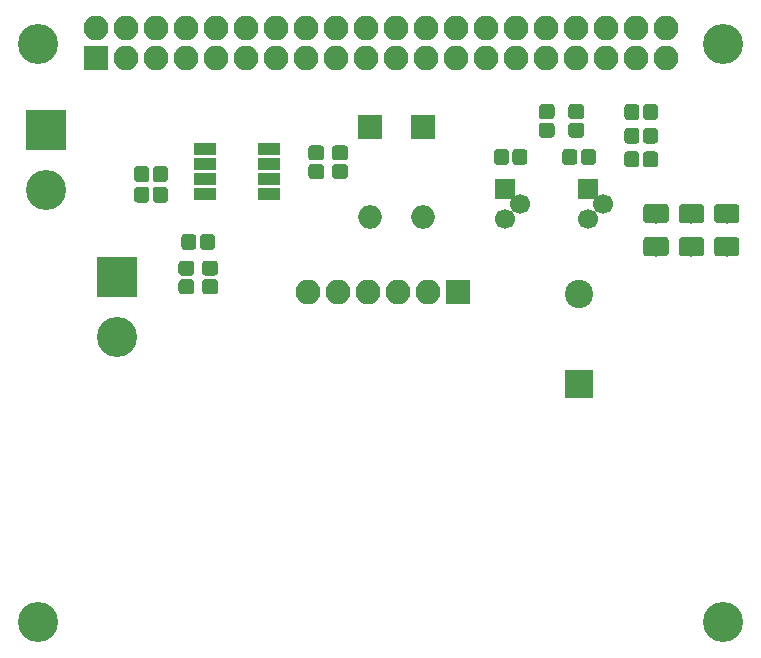
<source format=gts>
G04 #@! TF.GenerationSoftware,KiCad,Pcbnew,(5.0.0)*
G04 #@! TF.CreationDate,2019-03-22T21:44:55+01:00*
G04 #@! TF.ProjectId,rpismdoven,727069736D646F76656E2E6B69636164,rev?*
G04 #@! TF.SameCoordinates,Original*
G04 #@! TF.FileFunction,Soldermask,Top*
G04 #@! TF.FilePolarity,Negative*
%FSLAX46Y46*%
G04 Gerber Fmt 4.6, Leading zero omitted, Abs format (unit mm)*
G04 Created by KiCad (PCBNEW (5.0.0)) date 03/22/19 21:44:55*
%MOMM*%
%LPD*%
G01*
G04 APERTURE LIST*
%ADD10C,3.400000*%
%ADD11C,0.100000*%
%ADD12C,1.275000*%
%ADD13R,3.400000X3.400000*%
%ADD14C,1.650000*%
%ADD15R,2.400000X2.400000*%
%ADD16C,2.400000*%
%ADD17R,1.700000X1.700000*%
%ADD18C,1.700000*%
%ADD19R,2.100000X2.100000*%
%ADD20O,2.100000X2.100000*%
%ADD21O,2.000000X2.000000*%
%ADD22R,2.000000X2.000000*%
%ADD23R,1.950000X1.000000*%
G04 APERTURE END LIST*
D10*
G04 #@! TO.C,REF\002A\002A*
X102200000Y-58950000D03*
G04 #@! TD*
G04 #@! TO.C,REF\002A\002A*
X160200000Y-58950000D03*
G04 #@! TD*
G04 #@! TO.C,REF\002A\002A*
X160200000Y-107950000D03*
G04 #@! TD*
D11*
G04 #@! TO.C,R8*
G36*
X149137493Y-67876535D02*
X149168435Y-67881125D01*
X149198778Y-67888725D01*
X149228230Y-67899263D01*
X149256508Y-67912638D01*
X149283338Y-67928719D01*
X149308463Y-67947353D01*
X149331640Y-67968360D01*
X149352647Y-67991537D01*
X149371281Y-68016662D01*
X149387362Y-68043492D01*
X149400737Y-68071770D01*
X149411275Y-68101222D01*
X149418875Y-68131565D01*
X149423465Y-68162507D01*
X149425000Y-68193750D01*
X149425000Y-68906250D01*
X149423465Y-68937493D01*
X149418875Y-68968435D01*
X149411275Y-68998778D01*
X149400737Y-69028230D01*
X149387362Y-69056508D01*
X149371281Y-69083338D01*
X149352647Y-69108463D01*
X149331640Y-69131640D01*
X149308463Y-69152647D01*
X149283338Y-69171281D01*
X149256508Y-69187362D01*
X149228230Y-69200737D01*
X149198778Y-69211275D01*
X149168435Y-69218875D01*
X149137493Y-69223465D01*
X149106250Y-69225000D01*
X148468750Y-69225000D01*
X148437507Y-69223465D01*
X148406565Y-69218875D01*
X148376222Y-69211275D01*
X148346770Y-69200737D01*
X148318492Y-69187362D01*
X148291662Y-69171281D01*
X148266537Y-69152647D01*
X148243360Y-69131640D01*
X148222353Y-69108463D01*
X148203719Y-69083338D01*
X148187638Y-69056508D01*
X148174263Y-69028230D01*
X148163725Y-68998778D01*
X148156125Y-68968435D01*
X148151535Y-68937493D01*
X148150000Y-68906250D01*
X148150000Y-68193750D01*
X148151535Y-68162507D01*
X148156125Y-68131565D01*
X148163725Y-68101222D01*
X148174263Y-68071770D01*
X148187638Y-68043492D01*
X148203719Y-68016662D01*
X148222353Y-67991537D01*
X148243360Y-67968360D01*
X148266537Y-67947353D01*
X148291662Y-67928719D01*
X148318492Y-67912638D01*
X148346770Y-67899263D01*
X148376222Y-67888725D01*
X148406565Y-67881125D01*
X148437507Y-67876535D01*
X148468750Y-67875000D01*
X149106250Y-67875000D01*
X149137493Y-67876535D01*
X149137493Y-67876535D01*
G37*
D12*
X148787500Y-68550000D03*
D11*
G36*
X147562493Y-67876535D02*
X147593435Y-67881125D01*
X147623778Y-67888725D01*
X147653230Y-67899263D01*
X147681508Y-67912638D01*
X147708338Y-67928719D01*
X147733463Y-67947353D01*
X147756640Y-67968360D01*
X147777647Y-67991537D01*
X147796281Y-68016662D01*
X147812362Y-68043492D01*
X147825737Y-68071770D01*
X147836275Y-68101222D01*
X147843875Y-68131565D01*
X147848465Y-68162507D01*
X147850000Y-68193750D01*
X147850000Y-68906250D01*
X147848465Y-68937493D01*
X147843875Y-68968435D01*
X147836275Y-68998778D01*
X147825737Y-69028230D01*
X147812362Y-69056508D01*
X147796281Y-69083338D01*
X147777647Y-69108463D01*
X147756640Y-69131640D01*
X147733463Y-69152647D01*
X147708338Y-69171281D01*
X147681508Y-69187362D01*
X147653230Y-69200737D01*
X147623778Y-69211275D01*
X147593435Y-69218875D01*
X147562493Y-69223465D01*
X147531250Y-69225000D01*
X146893750Y-69225000D01*
X146862507Y-69223465D01*
X146831565Y-69218875D01*
X146801222Y-69211275D01*
X146771770Y-69200737D01*
X146743492Y-69187362D01*
X146716662Y-69171281D01*
X146691537Y-69152647D01*
X146668360Y-69131640D01*
X146647353Y-69108463D01*
X146628719Y-69083338D01*
X146612638Y-69056508D01*
X146599263Y-69028230D01*
X146588725Y-68998778D01*
X146581125Y-68968435D01*
X146576535Y-68937493D01*
X146575000Y-68906250D01*
X146575000Y-68193750D01*
X146576535Y-68162507D01*
X146581125Y-68131565D01*
X146588725Y-68101222D01*
X146599263Y-68071770D01*
X146612638Y-68043492D01*
X146628719Y-68016662D01*
X146647353Y-67991537D01*
X146668360Y-67968360D01*
X146691537Y-67947353D01*
X146716662Y-67928719D01*
X146743492Y-67912638D01*
X146771770Y-67899263D01*
X146801222Y-67888725D01*
X146831565Y-67881125D01*
X146862507Y-67876535D01*
X146893750Y-67875000D01*
X147531250Y-67875000D01*
X147562493Y-67876535D01*
X147562493Y-67876535D01*
G37*
D12*
X147212500Y-68550000D03*
G04 #@! TD*
D11*
G04 #@! TO.C,R9*
G36*
X141762493Y-67876535D02*
X141793435Y-67881125D01*
X141823778Y-67888725D01*
X141853230Y-67899263D01*
X141881508Y-67912638D01*
X141908338Y-67928719D01*
X141933463Y-67947353D01*
X141956640Y-67968360D01*
X141977647Y-67991537D01*
X141996281Y-68016662D01*
X142012362Y-68043492D01*
X142025737Y-68071770D01*
X142036275Y-68101222D01*
X142043875Y-68131565D01*
X142048465Y-68162507D01*
X142050000Y-68193750D01*
X142050000Y-68906250D01*
X142048465Y-68937493D01*
X142043875Y-68968435D01*
X142036275Y-68998778D01*
X142025737Y-69028230D01*
X142012362Y-69056508D01*
X141996281Y-69083338D01*
X141977647Y-69108463D01*
X141956640Y-69131640D01*
X141933463Y-69152647D01*
X141908338Y-69171281D01*
X141881508Y-69187362D01*
X141853230Y-69200737D01*
X141823778Y-69211275D01*
X141793435Y-69218875D01*
X141762493Y-69223465D01*
X141731250Y-69225000D01*
X141093750Y-69225000D01*
X141062507Y-69223465D01*
X141031565Y-69218875D01*
X141001222Y-69211275D01*
X140971770Y-69200737D01*
X140943492Y-69187362D01*
X140916662Y-69171281D01*
X140891537Y-69152647D01*
X140868360Y-69131640D01*
X140847353Y-69108463D01*
X140828719Y-69083338D01*
X140812638Y-69056508D01*
X140799263Y-69028230D01*
X140788725Y-68998778D01*
X140781125Y-68968435D01*
X140776535Y-68937493D01*
X140775000Y-68906250D01*
X140775000Y-68193750D01*
X140776535Y-68162507D01*
X140781125Y-68131565D01*
X140788725Y-68101222D01*
X140799263Y-68071770D01*
X140812638Y-68043492D01*
X140828719Y-68016662D01*
X140847353Y-67991537D01*
X140868360Y-67968360D01*
X140891537Y-67947353D01*
X140916662Y-67928719D01*
X140943492Y-67912638D01*
X140971770Y-67899263D01*
X141001222Y-67888725D01*
X141031565Y-67881125D01*
X141062507Y-67876535D01*
X141093750Y-67875000D01*
X141731250Y-67875000D01*
X141762493Y-67876535D01*
X141762493Y-67876535D01*
G37*
D12*
X141412500Y-68550000D03*
D11*
G36*
X143337493Y-67876535D02*
X143368435Y-67881125D01*
X143398778Y-67888725D01*
X143428230Y-67899263D01*
X143456508Y-67912638D01*
X143483338Y-67928719D01*
X143508463Y-67947353D01*
X143531640Y-67968360D01*
X143552647Y-67991537D01*
X143571281Y-68016662D01*
X143587362Y-68043492D01*
X143600737Y-68071770D01*
X143611275Y-68101222D01*
X143618875Y-68131565D01*
X143623465Y-68162507D01*
X143625000Y-68193750D01*
X143625000Y-68906250D01*
X143623465Y-68937493D01*
X143618875Y-68968435D01*
X143611275Y-68998778D01*
X143600737Y-69028230D01*
X143587362Y-69056508D01*
X143571281Y-69083338D01*
X143552647Y-69108463D01*
X143531640Y-69131640D01*
X143508463Y-69152647D01*
X143483338Y-69171281D01*
X143456508Y-69187362D01*
X143428230Y-69200737D01*
X143398778Y-69211275D01*
X143368435Y-69218875D01*
X143337493Y-69223465D01*
X143306250Y-69225000D01*
X142668750Y-69225000D01*
X142637507Y-69223465D01*
X142606565Y-69218875D01*
X142576222Y-69211275D01*
X142546770Y-69200737D01*
X142518492Y-69187362D01*
X142491662Y-69171281D01*
X142466537Y-69152647D01*
X142443360Y-69131640D01*
X142422353Y-69108463D01*
X142403719Y-69083338D01*
X142387638Y-69056508D01*
X142374263Y-69028230D01*
X142363725Y-68998778D01*
X142356125Y-68968435D01*
X142351535Y-68937493D01*
X142350000Y-68906250D01*
X142350000Y-68193750D01*
X142351535Y-68162507D01*
X142356125Y-68131565D01*
X142363725Y-68101222D01*
X142374263Y-68071770D01*
X142387638Y-68043492D01*
X142403719Y-68016662D01*
X142422353Y-67991537D01*
X142443360Y-67968360D01*
X142466537Y-67947353D01*
X142491662Y-67928719D01*
X142518492Y-67912638D01*
X142546770Y-67899263D01*
X142576222Y-67888725D01*
X142606565Y-67881125D01*
X142637507Y-67876535D01*
X142668750Y-67875000D01*
X143306250Y-67875000D01*
X143337493Y-67876535D01*
X143337493Y-67876535D01*
G37*
D12*
X142987500Y-68550000D03*
G04 #@! TD*
D10*
G04 #@! TO.C,J3*
X108900000Y-83780000D03*
D13*
X108900000Y-78700000D03*
G04 #@! TD*
D11*
G04 #@! TO.C,D3*
G36*
X155277346Y-75326589D02*
X155309380Y-75331341D01*
X155340794Y-75339210D01*
X155371286Y-75350120D01*
X155400561Y-75363966D01*
X155428338Y-75380615D01*
X155454350Y-75399907D01*
X155478345Y-75421655D01*
X155500093Y-75445650D01*
X155519385Y-75471662D01*
X155536034Y-75499439D01*
X155549880Y-75528714D01*
X155560790Y-75559206D01*
X155568659Y-75590620D01*
X155573411Y-75622654D01*
X155575000Y-75655000D01*
X155575000Y-76645000D01*
X155573411Y-76677346D01*
X155568659Y-76709380D01*
X155560790Y-76740794D01*
X155549880Y-76771286D01*
X155536034Y-76800561D01*
X155519385Y-76828338D01*
X155500093Y-76854350D01*
X155478345Y-76878345D01*
X155454350Y-76900093D01*
X155428338Y-76919385D01*
X155400561Y-76936034D01*
X155371286Y-76949880D01*
X155340794Y-76960790D01*
X155309380Y-76968659D01*
X155277346Y-76973411D01*
X155245000Y-76975000D01*
X153755000Y-76975000D01*
X153722654Y-76973411D01*
X153690620Y-76968659D01*
X153659206Y-76960790D01*
X153628714Y-76949880D01*
X153599439Y-76936034D01*
X153571662Y-76919385D01*
X153545650Y-76900093D01*
X153521655Y-76878345D01*
X153499907Y-76854350D01*
X153480615Y-76828338D01*
X153463966Y-76800561D01*
X153450120Y-76771286D01*
X153439210Y-76740794D01*
X153431341Y-76709380D01*
X153426589Y-76677346D01*
X153425000Y-76645000D01*
X153425000Y-75655000D01*
X153426589Y-75622654D01*
X153431341Y-75590620D01*
X153439210Y-75559206D01*
X153450120Y-75528714D01*
X153463966Y-75499439D01*
X153480615Y-75471662D01*
X153499907Y-75445650D01*
X153521655Y-75421655D01*
X153545650Y-75399907D01*
X153571662Y-75380615D01*
X153599439Y-75363966D01*
X153628714Y-75350120D01*
X153659206Y-75339210D01*
X153690620Y-75331341D01*
X153722654Y-75326589D01*
X153755000Y-75325000D01*
X155245000Y-75325000D01*
X155277346Y-75326589D01*
X155277346Y-75326589D01*
G37*
D14*
X154500000Y-76150000D03*
D11*
G36*
X155277346Y-72526589D02*
X155309380Y-72531341D01*
X155340794Y-72539210D01*
X155371286Y-72550120D01*
X155400561Y-72563966D01*
X155428338Y-72580615D01*
X155454350Y-72599907D01*
X155478345Y-72621655D01*
X155500093Y-72645650D01*
X155519385Y-72671662D01*
X155536034Y-72699439D01*
X155549880Y-72728714D01*
X155560790Y-72759206D01*
X155568659Y-72790620D01*
X155573411Y-72822654D01*
X155575000Y-72855000D01*
X155575000Y-73845000D01*
X155573411Y-73877346D01*
X155568659Y-73909380D01*
X155560790Y-73940794D01*
X155549880Y-73971286D01*
X155536034Y-74000561D01*
X155519385Y-74028338D01*
X155500093Y-74054350D01*
X155478345Y-74078345D01*
X155454350Y-74100093D01*
X155428338Y-74119385D01*
X155400561Y-74136034D01*
X155371286Y-74149880D01*
X155340794Y-74160790D01*
X155309380Y-74168659D01*
X155277346Y-74173411D01*
X155245000Y-74175000D01*
X153755000Y-74175000D01*
X153722654Y-74173411D01*
X153690620Y-74168659D01*
X153659206Y-74160790D01*
X153628714Y-74149880D01*
X153599439Y-74136034D01*
X153571662Y-74119385D01*
X153545650Y-74100093D01*
X153521655Y-74078345D01*
X153499907Y-74054350D01*
X153480615Y-74028338D01*
X153463966Y-74000561D01*
X153450120Y-73971286D01*
X153439210Y-73940794D01*
X153431341Y-73909380D01*
X153426589Y-73877346D01*
X153425000Y-73845000D01*
X153425000Y-72855000D01*
X153426589Y-72822654D01*
X153431341Y-72790620D01*
X153439210Y-72759206D01*
X153450120Y-72728714D01*
X153463966Y-72699439D01*
X153480615Y-72671662D01*
X153499907Y-72645650D01*
X153521655Y-72621655D01*
X153545650Y-72599907D01*
X153571662Y-72580615D01*
X153599439Y-72563966D01*
X153628714Y-72550120D01*
X153659206Y-72539210D01*
X153690620Y-72531341D01*
X153722654Y-72526589D01*
X153755000Y-72525000D01*
X155245000Y-72525000D01*
X155277346Y-72526589D01*
X155277346Y-72526589D01*
G37*
D14*
X154500000Y-73350000D03*
G04 #@! TD*
D11*
G04 #@! TO.C,D5*
G36*
X158277346Y-72526589D02*
X158309380Y-72531341D01*
X158340794Y-72539210D01*
X158371286Y-72550120D01*
X158400561Y-72563966D01*
X158428338Y-72580615D01*
X158454350Y-72599907D01*
X158478345Y-72621655D01*
X158500093Y-72645650D01*
X158519385Y-72671662D01*
X158536034Y-72699439D01*
X158549880Y-72728714D01*
X158560790Y-72759206D01*
X158568659Y-72790620D01*
X158573411Y-72822654D01*
X158575000Y-72855000D01*
X158575000Y-73845000D01*
X158573411Y-73877346D01*
X158568659Y-73909380D01*
X158560790Y-73940794D01*
X158549880Y-73971286D01*
X158536034Y-74000561D01*
X158519385Y-74028338D01*
X158500093Y-74054350D01*
X158478345Y-74078345D01*
X158454350Y-74100093D01*
X158428338Y-74119385D01*
X158400561Y-74136034D01*
X158371286Y-74149880D01*
X158340794Y-74160790D01*
X158309380Y-74168659D01*
X158277346Y-74173411D01*
X158245000Y-74175000D01*
X156755000Y-74175000D01*
X156722654Y-74173411D01*
X156690620Y-74168659D01*
X156659206Y-74160790D01*
X156628714Y-74149880D01*
X156599439Y-74136034D01*
X156571662Y-74119385D01*
X156545650Y-74100093D01*
X156521655Y-74078345D01*
X156499907Y-74054350D01*
X156480615Y-74028338D01*
X156463966Y-74000561D01*
X156450120Y-73971286D01*
X156439210Y-73940794D01*
X156431341Y-73909380D01*
X156426589Y-73877346D01*
X156425000Y-73845000D01*
X156425000Y-72855000D01*
X156426589Y-72822654D01*
X156431341Y-72790620D01*
X156439210Y-72759206D01*
X156450120Y-72728714D01*
X156463966Y-72699439D01*
X156480615Y-72671662D01*
X156499907Y-72645650D01*
X156521655Y-72621655D01*
X156545650Y-72599907D01*
X156571662Y-72580615D01*
X156599439Y-72563966D01*
X156628714Y-72550120D01*
X156659206Y-72539210D01*
X156690620Y-72531341D01*
X156722654Y-72526589D01*
X156755000Y-72525000D01*
X158245000Y-72525000D01*
X158277346Y-72526589D01*
X158277346Y-72526589D01*
G37*
D14*
X157500000Y-73350000D03*
D11*
G36*
X158277346Y-75326589D02*
X158309380Y-75331341D01*
X158340794Y-75339210D01*
X158371286Y-75350120D01*
X158400561Y-75363966D01*
X158428338Y-75380615D01*
X158454350Y-75399907D01*
X158478345Y-75421655D01*
X158500093Y-75445650D01*
X158519385Y-75471662D01*
X158536034Y-75499439D01*
X158549880Y-75528714D01*
X158560790Y-75559206D01*
X158568659Y-75590620D01*
X158573411Y-75622654D01*
X158575000Y-75655000D01*
X158575000Y-76645000D01*
X158573411Y-76677346D01*
X158568659Y-76709380D01*
X158560790Y-76740794D01*
X158549880Y-76771286D01*
X158536034Y-76800561D01*
X158519385Y-76828338D01*
X158500093Y-76854350D01*
X158478345Y-76878345D01*
X158454350Y-76900093D01*
X158428338Y-76919385D01*
X158400561Y-76936034D01*
X158371286Y-76949880D01*
X158340794Y-76960790D01*
X158309380Y-76968659D01*
X158277346Y-76973411D01*
X158245000Y-76975000D01*
X156755000Y-76975000D01*
X156722654Y-76973411D01*
X156690620Y-76968659D01*
X156659206Y-76960790D01*
X156628714Y-76949880D01*
X156599439Y-76936034D01*
X156571662Y-76919385D01*
X156545650Y-76900093D01*
X156521655Y-76878345D01*
X156499907Y-76854350D01*
X156480615Y-76828338D01*
X156463966Y-76800561D01*
X156450120Y-76771286D01*
X156439210Y-76740794D01*
X156431341Y-76709380D01*
X156426589Y-76677346D01*
X156425000Y-76645000D01*
X156425000Y-75655000D01*
X156426589Y-75622654D01*
X156431341Y-75590620D01*
X156439210Y-75559206D01*
X156450120Y-75528714D01*
X156463966Y-75499439D01*
X156480615Y-75471662D01*
X156499907Y-75445650D01*
X156521655Y-75421655D01*
X156545650Y-75399907D01*
X156571662Y-75380615D01*
X156599439Y-75363966D01*
X156628714Y-75350120D01*
X156659206Y-75339210D01*
X156690620Y-75331341D01*
X156722654Y-75326589D01*
X156755000Y-75325000D01*
X158245000Y-75325000D01*
X158277346Y-75326589D01*
X158277346Y-75326589D01*
G37*
D14*
X157500000Y-76150000D03*
G04 #@! TD*
D11*
G04 #@! TO.C,D4*
G36*
X161277346Y-75326589D02*
X161309380Y-75331341D01*
X161340794Y-75339210D01*
X161371286Y-75350120D01*
X161400561Y-75363966D01*
X161428338Y-75380615D01*
X161454350Y-75399907D01*
X161478345Y-75421655D01*
X161500093Y-75445650D01*
X161519385Y-75471662D01*
X161536034Y-75499439D01*
X161549880Y-75528714D01*
X161560790Y-75559206D01*
X161568659Y-75590620D01*
X161573411Y-75622654D01*
X161575000Y-75655000D01*
X161575000Y-76645000D01*
X161573411Y-76677346D01*
X161568659Y-76709380D01*
X161560790Y-76740794D01*
X161549880Y-76771286D01*
X161536034Y-76800561D01*
X161519385Y-76828338D01*
X161500093Y-76854350D01*
X161478345Y-76878345D01*
X161454350Y-76900093D01*
X161428338Y-76919385D01*
X161400561Y-76936034D01*
X161371286Y-76949880D01*
X161340794Y-76960790D01*
X161309380Y-76968659D01*
X161277346Y-76973411D01*
X161245000Y-76975000D01*
X159755000Y-76975000D01*
X159722654Y-76973411D01*
X159690620Y-76968659D01*
X159659206Y-76960790D01*
X159628714Y-76949880D01*
X159599439Y-76936034D01*
X159571662Y-76919385D01*
X159545650Y-76900093D01*
X159521655Y-76878345D01*
X159499907Y-76854350D01*
X159480615Y-76828338D01*
X159463966Y-76800561D01*
X159450120Y-76771286D01*
X159439210Y-76740794D01*
X159431341Y-76709380D01*
X159426589Y-76677346D01*
X159425000Y-76645000D01*
X159425000Y-75655000D01*
X159426589Y-75622654D01*
X159431341Y-75590620D01*
X159439210Y-75559206D01*
X159450120Y-75528714D01*
X159463966Y-75499439D01*
X159480615Y-75471662D01*
X159499907Y-75445650D01*
X159521655Y-75421655D01*
X159545650Y-75399907D01*
X159571662Y-75380615D01*
X159599439Y-75363966D01*
X159628714Y-75350120D01*
X159659206Y-75339210D01*
X159690620Y-75331341D01*
X159722654Y-75326589D01*
X159755000Y-75325000D01*
X161245000Y-75325000D01*
X161277346Y-75326589D01*
X161277346Y-75326589D01*
G37*
D14*
X160500000Y-76150000D03*
D11*
G36*
X161277346Y-72526589D02*
X161309380Y-72531341D01*
X161340794Y-72539210D01*
X161371286Y-72550120D01*
X161400561Y-72563966D01*
X161428338Y-72580615D01*
X161454350Y-72599907D01*
X161478345Y-72621655D01*
X161500093Y-72645650D01*
X161519385Y-72671662D01*
X161536034Y-72699439D01*
X161549880Y-72728714D01*
X161560790Y-72759206D01*
X161568659Y-72790620D01*
X161573411Y-72822654D01*
X161575000Y-72855000D01*
X161575000Y-73845000D01*
X161573411Y-73877346D01*
X161568659Y-73909380D01*
X161560790Y-73940794D01*
X161549880Y-73971286D01*
X161536034Y-74000561D01*
X161519385Y-74028338D01*
X161500093Y-74054350D01*
X161478345Y-74078345D01*
X161454350Y-74100093D01*
X161428338Y-74119385D01*
X161400561Y-74136034D01*
X161371286Y-74149880D01*
X161340794Y-74160790D01*
X161309380Y-74168659D01*
X161277346Y-74173411D01*
X161245000Y-74175000D01*
X159755000Y-74175000D01*
X159722654Y-74173411D01*
X159690620Y-74168659D01*
X159659206Y-74160790D01*
X159628714Y-74149880D01*
X159599439Y-74136034D01*
X159571662Y-74119385D01*
X159545650Y-74100093D01*
X159521655Y-74078345D01*
X159499907Y-74054350D01*
X159480615Y-74028338D01*
X159463966Y-74000561D01*
X159450120Y-73971286D01*
X159439210Y-73940794D01*
X159431341Y-73909380D01*
X159426589Y-73877346D01*
X159425000Y-73845000D01*
X159425000Y-72855000D01*
X159426589Y-72822654D01*
X159431341Y-72790620D01*
X159439210Y-72759206D01*
X159450120Y-72728714D01*
X159463966Y-72699439D01*
X159480615Y-72671662D01*
X159499907Y-72645650D01*
X159521655Y-72621655D01*
X159545650Y-72599907D01*
X159571662Y-72580615D01*
X159599439Y-72563966D01*
X159628714Y-72550120D01*
X159659206Y-72539210D01*
X159690620Y-72531341D01*
X159722654Y-72526589D01*
X159755000Y-72525000D01*
X161245000Y-72525000D01*
X161277346Y-72526589D01*
X161277346Y-72526589D01*
G37*
D14*
X160500000Y-73350000D03*
G04 #@! TD*
D11*
G04 #@! TO.C,R7*
G36*
X154387493Y-66076535D02*
X154418435Y-66081125D01*
X154448778Y-66088725D01*
X154478230Y-66099263D01*
X154506508Y-66112638D01*
X154533338Y-66128719D01*
X154558463Y-66147353D01*
X154581640Y-66168360D01*
X154602647Y-66191537D01*
X154621281Y-66216662D01*
X154637362Y-66243492D01*
X154650737Y-66271770D01*
X154661275Y-66301222D01*
X154668875Y-66331565D01*
X154673465Y-66362507D01*
X154675000Y-66393750D01*
X154675000Y-67106250D01*
X154673465Y-67137493D01*
X154668875Y-67168435D01*
X154661275Y-67198778D01*
X154650737Y-67228230D01*
X154637362Y-67256508D01*
X154621281Y-67283338D01*
X154602647Y-67308463D01*
X154581640Y-67331640D01*
X154558463Y-67352647D01*
X154533338Y-67371281D01*
X154506508Y-67387362D01*
X154478230Y-67400737D01*
X154448778Y-67411275D01*
X154418435Y-67418875D01*
X154387493Y-67423465D01*
X154356250Y-67425000D01*
X153718750Y-67425000D01*
X153687507Y-67423465D01*
X153656565Y-67418875D01*
X153626222Y-67411275D01*
X153596770Y-67400737D01*
X153568492Y-67387362D01*
X153541662Y-67371281D01*
X153516537Y-67352647D01*
X153493360Y-67331640D01*
X153472353Y-67308463D01*
X153453719Y-67283338D01*
X153437638Y-67256508D01*
X153424263Y-67228230D01*
X153413725Y-67198778D01*
X153406125Y-67168435D01*
X153401535Y-67137493D01*
X153400000Y-67106250D01*
X153400000Y-66393750D01*
X153401535Y-66362507D01*
X153406125Y-66331565D01*
X153413725Y-66301222D01*
X153424263Y-66271770D01*
X153437638Y-66243492D01*
X153453719Y-66216662D01*
X153472353Y-66191537D01*
X153493360Y-66168360D01*
X153516537Y-66147353D01*
X153541662Y-66128719D01*
X153568492Y-66112638D01*
X153596770Y-66099263D01*
X153626222Y-66088725D01*
X153656565Y-66081125D01*
X153687507Y-66076535D01*
X153718750Y-66075000D01*
X154356250Y-66075000D01*
X154387493Y-66076535D01*
X154387493Y-66076535D01*
G37*
D12*
X154037500Y-66750000D03*
D11*
G36*
X152812493Y-66076535D02*
X152843435Y-66081125D01*
X152873778Y-66088725D01*
X152903230Y-66099263D01*
X152931508Y-66112638D01*
X152958338Y-66128719D01*
X152983463Y-66147353D01*
X153006640Y-66168360D01*
X153027647Y-66191537D01*
X153046281Y-66216662D01*
X153062362Y-66243492D01*
X153075737Y-66271770D01*
X153086275Y-66301222D01*
X153093875Y-66331565D01*
X153098465Y-66362507D01*
X153100000Y-66393750D01*
X153100000Y-67106250D01*
X153098465Y-67137493D01*
X153093875Y-67168435D01*
X153086275Y-67198778D01*
X153075737Y-67228230D01*
X153062362Y-67256508D01*
X153046281Y-67283338D01*
X153027647Y-67308463D01*
X153006640Y-67331640D01*
X152983463Y-67352647D01*
X152958338Y-67371281D01*
X152931508Y-67387362D01*
X152903230Y-67400737D01*
X152873778Y-67411275D01*
X152843435Y-67418875D01*
X152812493Y-67423465D01*
X152781250Y-67425000D01*
X152143750Y-67425000D01*
X152112507Y-67423465D01*
X152081565Y-67418875D01*
X152051222Y-67411275D01*
X152021770Y-67400737D01*
X151993492Y-67387362D01*
X151966662Y-67371281D01*
X151941537Y-67352647D01*
X151918360Y-67331640D01*
X151897353Y-67308463D01*
X151878719Y-67283338D01*
X151862638Y-67256508D01*
X151849263Y-67228230D01*
X151838725Y-67198778D01*
X151831125Y-67168435D01*
X151826535Y-67137493D01*
X151825000Y-67106250D01*
X151825000Y-66393750D01*
X151826535Y-66362507D01*
X151831125Y-66331565D01*
X151838725Y-66301222D01*
X151849263Y-66271770D01*
X151862638Y-66243492D01*
X151878719Y-66216662D01*
X151897353Y-66191537D01*
X151918360Y-66168360D01*
X151941537Y-66147353D01*
X151966662Y-66128719D01*
X151993492Y-66112638D01*
X152021770Y-66099263D01*
X152051222Y-66088725D01*
X152081565Y-66081125D01*
X152112507Y-66076535D01*
X152143750Y-66075000D01*
X152781250Y-66075000D01*
X152812493Y-66076535D01*
X152812493Y-66076535D01*
G37*
D12*
X152462500Y-66750000D03*
G04 #@! TD*
D11*
G04 #@! TO.C,R6*
G36*
X152812493Y-64076535D02*
X152843435Y-64081125D01*
X152873778Y-64088725D01*
X152903230Y-64099263D01*
X152931508Y-64112638D01*
X152958338Y-64128719D01*
X152983463Y-64147353D01*
X153006640Y-64168360D01*
X153027647Y-64191537D01*
X153046281Y-64216662D01*
X153062362Y-64243492D01*
X153075737Y-64271770D01*
X153086275Y-64301222D01*
X153093875Y-64331565D01*
X153098465Y-64362507D01*
X153100000Y-64393750D01*
X153100000Y-65106250D01*
X153098465Y-65137493D01*
X153093875Y-65168435D01*
X153086275Y-65198778D01*
X153075737Y-65228230D01*
X153062362Y-65256508D01*
X153046281Y-65283338D01*
X153027647Y-65308463D01*
X153006640Y-65331640D01*
X152983463Y-65352647D01*
X152958338Y-65371281D01*
X152931508Y-65387362D01*
X152903230Y-65400737D01*
X152873778Y-65411275D01*
X152843435Y-65418875D01*
X152812493Y-65423465D01*
X152781250Y-65425000D01*
X152143750Y-65425000D01*
X152112507Y-65423465D01*
X152081565Y-65418875D01*
X152051222Y-65411275D01*
X152021770Y-65400737D01*
X151993492Y-65387362D01*
X151966662Y-65371281D01*
X151941537Y-65352647D01*
X151918360Y-65331640D01*
X151897353Y-65308463D01*
X151878719Y-65283338D01*
X151862638Y-65256508D01*
X151849263Y-65228230D01*
X151838725Y-65198778D01*
X151831125Y-65168435D01*
X151826535Y-65137493D01*
X151825000Y-65106250D01*
X151825000Y-64393750D01*
X151826535Y-64362507D01*
X151831125Y-64331565D01*
X151838725Y-64301222D01*
X151849263Y-64271770D01*
X151862638Y-64243492D01*
X151878719Y-64216662D01*
X151897353Y-64191537D01*
X151918360Y-64168360D01*
X151941537Y-64147353D01*
X151966662Y-64128719D01*
X151993492Y-64112638D01*
X152021770Y-64099263D01*
X152051222Y-64088725D01*
X152081565Y-64081125D01*
X152112507Y-64076535D01*
X152143750Y-64075000D01*
X152781250Y-64075000D01*
X152812493Y-64076535D01*
X152812493Y-64076535D01*
G37*
D12*
X152462500Y-64750000D03*
D11*
G36*
X154387493Y-64076535D02*
X154418435Y-64081125D01*
X154448778Y-64088725D01*
X154478230Y-64099263D01*
X154506508Y-64112638D01*
X154533338Y-64128719D01*
X154558463Y-64147353D01*
X154581640Y-64168360D01*
X154602647Y-64191537D01*
X154621281Y-64216662D01*
X154637362Y-64243492D01*
X154650737Y-64271770D01*
X154661275Y-64301222D01*
X154668875Y-64331565D01*
X154673465Y-64362507D01*
X154675000Y-64393750D01*
X154675000Y-65106250D01*
X154673465Y-65137493D01*
X154668875Y-65168435D01*
X154661275Y-65198778D01*
X154650737Y-65228230D01*
X154637362Y-65256508D01*
X154621281Y-65283338D01*
X154602647Y-65308463D01*
X154581640Y-65331640D01*
X154558463Y-65352647D01*
X154533338Y-65371281D01*
X154506508Y-65387362D01*
X154478230Y-65400737D01*
X154448778Y-65411275D01*
X154418435Y-65418875D01*
X154387493Y-65423465D01*
X154356250Y-65425000D01*
X153718750Y-65425000D01*
X153687507Y-65423465D01*
X153656565Y-65418875D01*
X153626222Y-65411275D01*
X153596770Y-65400737D01*
X153568492Y-65387362D01*
X153541662Y-65371281D01*
X153516537Y-65352647D01*
X153493360Y-65331640D01*
X153472353Y-65308463D01*
X153453719Y-65283338D01*
X153437638Y-65256508D01*
X153424263Y-65228230D01*
X153413725Y-65198778D01*
X153406125Y-65168435D01*
X153401535Y-65137493D01*
X153400000Y-65106250D01*
X153400000Y-64393750D01*
X153401535Y-64362507D01*
X153406125Y-64331565D01*
X153413725Y-64301222D01*
X153424263Y-64271770D01*
X153437638Y-64243492D01*
X153453719Y-64216662D01*
X153472353Y-64191537D01*
X153493360Y-64168360D01*
X153516537Y-64147353D01*
X153541662Y-64128719D01*
X153568492Y-64112638D01*
X153596770Y-64099263D01*
X153626222Y-64088725D01*
X153656565Y-64081125D01*
X153687507Y-64076535D01*
X153718750Y-64075000D01*
X154356250Y-64075000D01*
X154387493Y-64076535D01*
X154387493Y-64076535D01*
G37*
D12*
X154037500Y-64750000D03*
G04 #@! TD*
D11*
G04 #@! TO.C,R5*
G36*
X154387493Y-68076535D02*
X154418435Y-68081125D01*
X154448778Y-68088725D01*
X154478230Y-68099263D01*
X154506508Y-68112638D01*
X154533338Y-68128719D01*
X154558463Y-68147353D01*
X154581640Y-68168360D01*
X154602647Y-68191537D01*
X154621281Y-68216662D01*
X154637362Y-68243492D01*
X154650737Y-68271770D01*
X154661275Y-68301222D01*
X154668875Y-68331565D01*
X154673465Y-68362507D01*
X154675000Y-68393750D01*
X154675000Y-69106250D01*
X154673465Y-69137493D01*
X154668875Y-69168435D01*
X154661275Y-69198778D01*
X154650737Y-69228230D01*
X154637362Y-69256508D01*
X154621281Y-69283338D01*
X154602647Y-69308463D01*
X154581640Y-69331640D01*
X154558463Y-69352647D01*
X154533338Y-69371281D01*
X154506508Y-69387362D01*
X154478230Y-69400737D01*
X154448778Y-69411275D01*
X154418435Y-69418875D01*
X154387493Y-69423465D01*
X154356250Y-69425000D01*
X153718750Y-69425000D01*
X153687507Y-69423465D01*
X153656565Y-69418875D01*
X153626222Y-69411275D01*
X153596770Y-69400737D01*
X153568492Y-69387362D01*
X153541662Y-69371281D01*
X153516537Y-69352647D01*
X153493360Y-69331640D01*
X153472353Y-69308463D01*
X153453719Y-69283338D01*
X153437638Y-69256508D01*
X153424263Y-69228230D01*
X153413725Y-69198778D01*
X153406125Y-69168435D01*
X153401535Y-69137493D01*
X153400000Y-69106250D01*
X153400000Y-68393750D01*
X153401535Y-68362507D01*
X153406125Y-68331565D01*
X153413725Y-68301222D01*
X153424263Y-68271770D01*
X153437638Y-68243492D01*
X153453719Y-68216662D01*
X153472353Y-68191537D01*
X153493360Y-68168360D01*
X153516537Y-68147353D01*
X153541662Y-68128719D01*
X153568492Y-68112638D01*
X153596770Y-68099263D01*
X153626222Y-68088725D01*
X153656565Y-68081125D01*
X153687507Y-68076535D01*
X153718750Y-68075000D01*
X154356250Y-68075000D01*
X154387493Y-68076535D01*
X154387493Y-68076535D01*
G37*
D12*
X154037500Y-68750000D03*
D11*
G36*
X152812493Y-68076535D02*
X152843435Y-68081125D01*
X152873778Y-68088725D01*
X152903230Y-68099263D01*
X152931508Y-68112638D01*
X152958338Y-68128719D01*
X152983463Y-68147353D01*
X153006640Y-68168360D01*
X153027647Y-68191537D01*
X153046281Y-68216662D01*
X153062362Y-68243492D01*
X153075737Y-68271770D01*
X153086275Y-68301222D01*
X153093875Y-68331565D01*
X153098465Y-68362507D01*
X153100000Y-68393750D01*
X153100000Y-69106250D01*
X153098465Y-69137493D01*
X153093875Y-69168435D01*
X153086275Y-69198778D01*
X153075737Y-69228230D01*
X153062362Y-69256508D01*
X153046281Y-69283338D01*
X153027647Y-69308463D01*
X153006640Y-69331640D01*
X152983463Y-69352647D01*
X152958338Y-69371281D01*
X152931508Y-69387362D01*
X152903230Y-69400737D01*
X152873778Y-69411275D01*
X152843435Y-69418875D01*
X152812493Y-69423465D01*
X152781250Y-69425000D01*
X152143750Y-69425000D01*
X152112507Y-69423465D01*
X152081565Y-69418875D01*
X152051222Y-69411275D01*
X152021770Y-69400737D01*
X151993492Y-69387362D01*
X151966662Y-69371281D01*
X151941537Y-69352647D01*
X151918360Y-69331640D01*
X151897353Y-69308463D01*
X151878719Y-69283338D01*
X151862638Y-69256508D01*
X151849263Y-69228230D01*
X151838725Y-69198778D01*
X151831125Y-69168435D01*
X151826535Y-69137493D01*
X151825000Y-69106250D01*
X151825000Y-68393750D01*
X151826535Y-68362507D01*
X151831125Y-68331565D01*
X151838725Y-68301222D01*
X151849263Y-68271770D01*
X151862638Y-68243492D01*
X151878719Y-68216662D01*
X151897353Y-68191537D01*
X151918360Y-68168360D01*
X151941537Y-68147353D01*
X151966662Y-68128719D01*
X151993492Y-68112638D01*
X152021770Y-68099263D01*
X152051222Y-68088725D01*
X152081565Y-68081125D01*
X152112507Y-68076535D01*
X152143750Y-68075000D01*
X152781250Y-68075000D01*
X152812493Y-68076535D01*
X152812493Y-68076535D01*
G37*
D12*
X152462500Y-68750000D03*
G04 #@! TD*
D15*
G04 #@! TO.C,BZ1*
X148000000Y-87750000D03*
D16*
X148000000Y-80150000D03*
G04 #@! TD*
D17*
G04 #@! TO.C,Q2*
X141750000Y-71250000D03*
D18*
X141750000Y-73790000D03*
X143020000Y-72520000D03*
G04 #@! TD*
G04 #@! TO.C,Q1*
X150020000Y-72520000D03*
X148750000Y-73790000D03*
D17*
X148750000Y-71250000D03*
G04 #@! TD*
D11*
G04 #@! TO.C,C1*
G36*
X116887493Y-75076535D02*
X116918435Y-75081125D01*
X116948778Y-75088725D01*
X116978230Y-75099263D01*
X117006508Y-75112638D01*
X117033338Y-75128719D01*
X117058463Y-75147353D01*
X117081640Y-75168360D01*
X117102647Y-75191537D01*
X117121281Y-75216662D01*
X117137362Y-75243492D01*
X117150737Y-75271770D01*
X117161275Y-75301222D01*
X117168875Y-75331565D01*
X117173465Y-75362507D01*
X117175000Y-75393750D01*
X117175000Y-76106250D01*
X117173465Y-76137493D01*
X117168875Y-76168435D01*
X117161275Y-76198778D01*
X117150737Y-76228230D01*
X117137362Y-76256508D01*
X117121281Y-76283338D01*
X117102647Y-76308463D01*
X117081640Y-76331640D01*
X117058463Y-76352647D01*
X117033338Y-76371281D01*
X117006508Y-76387362D01*
X116978230Y-76400737D01*
X116948778Y-76411275D01*
X116918435Y-76418875D01*
X116887493Y-76423465D01*
X116856250Y-76425000D01*
X116218750Y-76425000D01*
X116187507Y-76423465D01*
X116156565Y-76418875D01*
X116126222Y-76411275D01*
X116096770Y-76400737D01*
X116068492Y-76387362D01*
X116041662Y-76371281D01*
X116016537Y-76352647D01*
X115993360Y-76331640D01*
X115972353Y-76308463D01*
X115953719Y-76283338D01*
X115937638Y-76256508D01*
X115924263Y-76228230D01*
X115913725Y-76198778D01*
X115906125Y-76168435D01*
X115901535Y-76137493D01*
X115900000Y-76106250D01*
X115900000Y-75393750D01*
X115901535Y-75362507D01*
X115906125Y-75331565D01*
X115913725Y-75301222D01*
X115924263Y-75271770D01*
X115937638Y-75243492D01*
X115953719Y-75216662D01*
X115972353Y-75191537D01*
X115993360Y-75168360D01*
X116016537Y-75147353D01*
X116041662Y-75128719D01*
X116068492Y-75112638D01*
X116096770Y-75099263D01*
X116126222Y-75088725D01*
X116156565Y-75081125D01*
X116187507Y-75076535D01*
X116218750Y-75075000D01*
X116856250Y-75075000D01*
X116887493Y-75076535D01*
X116887493Y-75076535D01*
G37*
D12*
X116537500Y-75750000D03*
D11*
G36*
X115312493Y-75076535D02*
X115343435Y-75081125D01*
X115373778Y-75088725D01*
X115403230Y-75099263D01*
X115431508Y-75112638D01*
X115458338Y-75128719D01*
X115483463Y-75147353D01*
X115506640Y-75168360D01*
X115527647Y-75191537D01*
X115546281Y-75216662D01*
X115562362Y-75243492D01*
X115575737Y-75271770D01*
X115586275Y-75301222D01*
X115593875Y-75331565D01*
X115598465Y-75362507D01*
X115600000Y-75393750D01*
X115600000Y-76106250D01*
X115598465Y-76137493D01*
X115593875Y-76168435D01*
X115586275Y-76198778D01*
X115575737Y-76228230D01*
X115562362Y-76256508D01*
X115546281Y-76283338D01*
X115527647Y-76308463D01*
X115506640Y-76331640D01*
X115483463Y-76352647D01*
X115458338Y-76371281D01*
X115431508Y-76387362D01*
X115403230Y-76400737D01*
X115373778Y-76411275D01*
X115343435Y-76418875D01*
X115312493Y-76423465D01*
X115281250Y-76425000D01*
X114643750Y-76425000D01*
X114612507Y-76423465D01*
X114581565Y-76418875D01*
X114551222Y-76411275D01*
X114521770Y-76400737D01*
X114493492Y-76387362D01*
X114466662Y-76371281D01*
X114441537Y-76352647D01*
X114418360Y-76331640D01*
X114397353Y-76308463D01*
X114378719Y-76283338D01*
X114362638Y-76256508D01*
X114349263Y-76228230D01*
X114338725Y-76198778D01*
X114331125Y-76168435D01*
X114326535Y-76137493D01*
X114325000Y-76106250D01*
X114325000Y-75393750D01*
X114326535Y-75362507D01*
X114331125Y-75331565D01*
X114338725Y-75301222D01*
X114349263Y-75271770D01*
X114362638Y-75243492D01*
X114378719Y-75216662D01*
X114397353Y-75191537D01*
X114418360Y-75168360D01*
X114441537Y-75147353D01*
X114466662Y-75128719D01*
X114493492Y-75112638D01*
X114521770Y-75099263D01*
X114551222Y-75088725D01*
X114581565Y-75081125D01*
X114612507Y-75076535D01*
X114643750Y-75075000D01*
X115281250Y-75075000D01*
X115312493Y-75076535D01*
X115312493Y-75076535D01*
G37*
D12*
X114962500Y-75750000D03*
G04 #@! TD*
D11*
G04 #@! TO.C,C2*
G36*
X111312493Y-69326535D02*
X111343435Y-69331125D01*
X111373778Y-69338725D01*
X111403230Y-69349263D01*
X111431508Y-69362638D01*
X111458338Y-69378719D01*
X111483463Y-69397353D01*
X111506640Y-69418360D01*
X111527647Y-69441537D01*
X111546281Y-69466662D01*
X111562362Y-69493492D01*
X111575737Y-69521770D01*
X111586275Y-69551222D01*
X111593875Y-69581565D01*
X111598465Y-69612507D01*
X111600000Y-69643750D01*
X111600000Y-70356250D01*
X111598465Y-70387493D01*
X111593875Y-70418435D01*
X111586275Y-70448778D01*
X111575737Y-70478230D01*
X111562362Y-70506508D01*
X111546281Y-70533338D01*
X111527647Y-70558463D01*
X111506640Y-70581640D01*
X111483463Y-70602647D01*
X111458338Y-70621281D01*
X111431508Y-70637362D01*
X111403230Y-70650737D01*
X111373778Y-70661275D01*
X111343435Y-70668875D01*
X111312493Y-70673465D01*
X111281250Y-70675000D01*
X110643750Y-70675000D01*
X110612507Y-70673465D01*
X110581565Y-70668875D01*
X110551222Y-70661275D01*
X110521770Y-70650737D01*
X110493492Y-70637362D01*
X110466662Y-70621281D01*
X110441537Y-70602647D01*
X110418360Y-70581640D01*
X110397353Y-70558463D01*
X110378719Y-70533338D01*
X110362638Y-70506508D01*
X110349263Y-70478230D01*
X110338725Y-70448778D01*
X110331125Y-70418435D01*
X110326535Y-70387493D01*
X110325000Y-70356250D01*
X110325000Y-69643750D01*
X110326535Y-69612507D01*
X110331125Y-69581565D01*
X110338725Y-69551222D01*
X110349263Y-69521770D01*
X110362638Y-69493492D01*
X110378719Y-69466662D01*
X110397353Y-69441537D01*
X110418360Y-69418360D01*
X110441537Y-69397353D01*
X110466662Y-69378719D01*
X110493492Y-69362638D01*
X110521770Y-69349263D01*
X110551222Y-69338725D01*
X110581565Y-69331125D01*
X110612507Y-69326535D01*
X110643750Y-69325000D01*
X111281250Y-69325000D01*
X111312493Y-69326535D01*
X111312493Y-69326535D01*
G37*
D12*
X110962500Y-70000000D03*
D11*
G36*
X112887493Y-69326535D02*
X112918435Y-69331125D01*
X112948778Y-69338725D01*
X112978230Y-69349263D01*
X113006508Y-69362638D01*
X113033338Y-69378719D01*
X113058463Y-69397353D01*
X113081640Y-69418360D01*
X113102647Y-69441537D01*
X113121281Y-69466662D01*
X113137362Y-69493492D01*
X113150737Y-69521770D01*
X113161275Y-69551222D01*
X113168875Y-69581565D01*
X113173465Y-69612507D01*
X113175000Y-69643750D01*
X113175000Y-70356250D01*
X113173465Y-70387493D01*
X113168875Y-70418435D01*
X113161275Y-70448778D01*
X113150737Y-70478230D01*
X113137362Y-70506508D01*
X113121281Y-70533338D01*
X113102647Y-70558463D01*
X113081640Y-70581640D01*
X113058463Y-70602647D01*
X113033338Y-70621281D01*
X113006508Y-70637362D01*
X112978230Y-70650737D01*
X112948778Y-70661275D01*
X112918435Y-70668875D01*
X112887493Y-70673465D01*
X112856250Y-70675000D01*
X112218750Y-70675000D01*
X112187507Y-70673465D01*
X112156565Y-70668875D01*
X112126222Y-70661275D01*
X112096770Y-70650737D01*
X112068492Y-70637362D01*
X112041662Y-70621281D01*
X112016537Y-70602647D01*
X111993360Y-70581640D01*
X111972353Y-70558463D01*
X111953719Y-70533338D01*
X111937638Y-70506508D01*
X111924263Y-70478230D01*
X111913725Y-70448778D01*
X111906125Y-70418435D01*
X111901535Y-70387493D01*
X111900000Y-70356250D01*
X111900000Y-69643750D01*
X111901535Y-69612507D01*
X111906125Y-69581565D01*
X111913725Y-69551222D01*
X111924263Y-69521770D01*
X111937638Y-69493492D01*
X111953719Y-69466662D01*
X111972353Y-69441537D01*
X111993360Y-69418360D01*
X112016537Y-69397353D01*
X112041662Y-69378719D01*
X112068492Y-69362638D01*
X112096770Y-69349263D01*
X112126222Y-69338725D01*
X112156565Y-69331125D01*
X112187507Y-69326535D01*
X112218750Y-69325000D01*
X112856250Y-69325000D01*
X112887493Y-69326535D01*
X112887493Y-69326535D01*
G37*
D12*
X112537500Y-70000000D03*
G04 #@! TD*
D11*
G04 #@! TO.C,C3*
G36*
X112887493Y-71076535D02*
X112918435Y-71081125D01*
X112948778Y-71088725D01*
X112978230Y-71099263D01*
X113006508Y-71112638D01*
X113033338Y-71128719D01*
X113058463Y-71147353D01*
X113081640Y-71168360D01*
X113102647Y-71191537D01*
X113121281Y-71216662D01*
X113137362Y-71243492D01*
X113150737Y-71271770D01*
X113161275Y-71301222D01*
X113168875Y-71331565D01*
X113173465Y-71362507D01*
X113175000Y-71393750D01*
X113175000Y-72106250D01*
X113173465Y-72137493D01*
X113168875Y-72168435D01*
X113161275Y-72198778D01*
X113150737Y-72228230D01*
X113137362Y-72256508D01*
X113121281Y-72283338D01*
X113102647Y-72308463D01*
X113081640Y-72331640D01*
X113058463Y-72352647D01*
X113033338Y-72371281D01*
X113006508Y-72387362D01*
X112978230Y-72400737D01*
X112948778Y-72411275D01*
X112918435Y-72418875D01*
X112887493Y-72423465D01*
X112856250Y-72425000D01*
X112218750Y-72425000D01*
X112187507Y-72423465D01*
X112156565Y-72418875D01*
X112126222Y-72411275D01*
X112096770Y-72400737D01*
X112068492Y-72387362D01*
X112041662Y-72371281D01*
X112016537Y-72352647D01*
X111993360Y-72331640D01*
X111972353Y-72308463D01*
X111953719Y-72283338D01*
X111937638Y-72256508D01*
X111924263Y-72228230D01*
X111913725Y-72198778D01*
X111906125Y-72168435D01*
X111901535Y-72137493D01*
X111900000Y-72106250D01*
X111900000Y-71393750D01*
X111901535Y-71362507D01*
X111906125Y-71331565D01*
X111913725Y-71301222D01*
X111924263Y-71271770D01*
X111937638Y-71243492D01*
X111953719Y-71216662D01*
X111972353Y-71191537D01*
X111993360Y-71168360D01*
X112016537Y-71147353D01*
X112041662Y-71128719D01*
X112068492Y-71112638D01*
X112096770Y-71099263D01*
X112126222Y-71088725D01*
X112156565Y-71081125D01*
X112187507Y-71076535D01*
X112218750Y-71075000D01*
X112856250Y-71075000D01*
X112887493Y-71076535D01*
X112887493Y-71076535D01*
G37*
D12*
X112537500Y-71750000D03*
D11*
G36*
X111312493Y-71076535D02*
X111343435Y-71081125D01*
X111373778Y-71088725D01*
X111403230Y-71099263D01*
X111431508Y-71112638D01*
X111458338Y-71128719D01*
X111483463Y-71147353D01*
X111506640Y-71168360D01*
X111527647Y-71191537D01*
X111546281Y-71216662D01*
X111562362Y-71243492D01*
X111575737Y-71271770D01*
X111586275Y-71301222D01*
X111593875Y-71331565D01*
X111598465Y-71362507D01*
X111600000Y-71393750D01*
X111600000Y-72106250D01*
X111598465Y-72137493D01*
X111593875Y-72168435D01*
X111586275Y-72198778D01*
X111575737Y-72228230D01*
X111562362Y-72256508D01*
X111546281Y-72283338D01*
X111527647Y-72308463D01*
X111506640Y-72331640D01*
X111483463Y-72352647D01*
X111458338Y-72371281D01*
X111431508Y-72387362D01*
X111403230Y-72400737D01*
X111373778Y-72411275D01*
X111343435Y-72418875D01*
X111312493Y-72423465D01*
X111281250Y-72425000D01*
X110643750Y-72425000D01*
X110612507Y-72423465D01*
X110581565Y-72418875D01*
X110551222Y-72411275D01*
X110521770Y-72400737D01*
X110493492Y-72387362D01*
X110466662Y-72371281D01*
X110441537Y-72352647D01*
X110418360Y-72331640D01*
X110397353Y-72308463D01*
X110378719Y-72283338D01*
X110362638Y-72256508D01*
X110349263Y-72228230D01*
X110338725Y-72198778D01*
X110331125Y-72168435D01*
X110326535Y-72137493D01*
X110325000Y-72106250D01*
X110325000Y-71393750D01*
X110326535Y-71362507D01*
X110331125Y-71331565D01*
X110338725Y-71301222D01*
X110349263Y-71271770D01*
X110362638Y-71243492D01*
X110378719Y-71216662D01*
X110397353Y-71191537D01*
X110418360Y-71168360D01*
X110441537Y-71147353D01*
X110466662Y-71128719D01*
X110493492Y-71112638D01*
X110521770Y-71099263D01*
X110551222Y-71088725D01*
X110581565Y-71081125D01*
X110612507Y-71076535D01*
X110643750Y-71075000D01*
X111281250Y-71075000D01*
X111312493Y-71076535D01*
X111312493Y-71076535D01*
G37*
D12*
X110962500Y-71750000D03*
G04 #@! TD*
D19*
G04 #@! TO.C,J4*
X137750000Y-80000000D03*
D20*
X135210000Y-80000000D03*
X132670000Y-80000000D03*
X130130000Y-80000000D03*
X127590000Y-80000000D03*
X125050000Y-80000000D03*
G04 #@! TD*
D19*
G04 #@! TO.C,J1*
X107100000Y-60200000D03*
D20*
X107100000Y-57660000D03*
X109640000Y-60200000D03*
X109640000Y-57660000D03*
X112180000Y-60200000D03*
X112180000Y-57660000D03*
X114720000Y-60200000D03*
X114720000Y-57660000D03*
X117260000Y-60200000D03*
X117260000Y-57660000D03*
X119800000Y-60200000D03*
X119800000Y-57660000D03*
X122340000Y-60200000D03*
X122340000Y-57660000D03*
X124880000Y-60200000D03*
X124880000Y-57660000D03*
X127420000Y-60200000D03*
X127420000Y-57660000D03*
X129960000Y-60200000D03*
X129960000Y-57660000D03*
X132500000Y-60200000D03*
X132500000Y-57660000D03*
X135040000Y-60200000D03*
X135040000Y-57660000D03*
X137580000Y-60200000D03*
X137580000Y-57660000D03*
X140120000Y-60200000D03*
X140120000Y-57660000D03*
X142660000Y-60200000D03*
X142660000Y-57660000D03*
X145200000Y-60200000D03*
X145200000Y-57660000D03*
X147740000Y-60200000D03*
X147740000Y-57660000D03*
X150280000Y-60200000D03*
X150280000Y-57660000D03*
X152820000Y-60200000D03*
X152820000Y-57660000D03*
X155360000Y-60200000D03*
X155360000Y-57660000D03*
G04 #@! TD*
D21*
G04 #@! TO.C,D2*
X130250000Y-73620000D03*
D22*
X130250000Y-66000000D03*
G04 #@! TD*
G04 #@! TO.C,D1*
X134750000Y-66000000D03*
D21*
X134750000Y-73620000D03*
G04 #@! TD*
D11*
G04 #@! TO.C,L2*
G36*
X115137493Y-78901535D02*
X115168435Y-78906125D01*
X115198778Y-78913725D01*
X115228230Y-78924263D01*
X115256508Y-78937638D01*
X115283338Y-78953719D01*
X115308463Y-78972353D01*
X115331640Y-78993360D01*
X115352647Y-79016537D01*
X115371281Y-79041662D01*
X115387362Y-79068492D01*
X115400737Y-79096770D01*
X115411275Y-79126222D01*
X115418875Y-79156565D01*
X115423465Y-79187507D01*
X115425000Y-79218750D01*
X115425000Y-79856250D01*
X115423465Y-79887493D01*
X115418875Y-79918435D01*
X115411275Y-79948778D01*
X115400737Y-79978230D01*
X115387362Y-80006508D01*
X115371281Y-80033338D01*
X115352647Y-80058463D01*
X115331640Y-80081640D01*
X115308463Y-80102647D01*
X115283338Y-80121281D01*
X115256508Y-80137362D01*
X115228230Y-80150737D01*
X115198778Y-80161275D01*
X115168435Y-80168875D01*
X115137493Y-80173465D01*
X115106250Y-80175000D01*
X114393750Y-80175000D01*
X114362507Y-80173465D01*
X114331565Y-80168875D01*
X114301222Y-80161275D01*
X114271770Y-80150737D01*
X114243492Y-80137362D01*
X114216662Y-80121281D01*
X114191537Y-80102647D01*
X114168360Y-80081640D01*
X114147353Y-80058463D01*
X114128719Y-80033338D01*
X114112638Y-80006508D01*
X114099263Y-79978230D01*
X114088725Y-79948778D01*
X114081125Y-79918435D01*
X114076535Y-79887493D01*
X114075000Y-79856250D01*
X114075000Y-79218750D01*
X114076535Y-79187507D01*
X114081125Y-79156565D01*
X114088725Y-79126222D01*
X114099263Y-79096770D01*
X114112638Y-79068492D01*
X114128719Y-79041662D01*
X114147353Y-79016537D01*
X114168360Y-78993360D01*
X114191537Y-78972353D01*
X114216662Y-78953719D01*
X114243492Y-78937638D01*
X114271770Y-78924263D01*
X114301222Y-78913725D01*
X114331565Y-78906125D01*
X114362507Y-78901535D01*
X114393750Y-78900000D01*
X115106250Y-78900000D01*
X115137493Y-78901535D01*
X115137493Y-78901535D01*
G37*
D12*
X114750000Y-79537500D03*
D11*
G36*
X115137493Y-77326535D02*
X115168435Y-77331125D01*
X115198778Y-77338725D01*
X115228230Y-77349263D01*
X115256508Y-77362638D01*
X115283338Y-77378719D01*
X115308463Y-77397353D01*
X115331640Y-77418360D01*
X115352647Y-77441537D01*
X115371281Y-77466662D01*
X115387362Y-77493492D01*
X115400737Y-77521770D01*
X115411275Y-77551222D01*
X115418875Y-77581565D01*
X115423465Y-77612507D01*
X115425000Y-77643750D01*
X115425000Y-78281250D01*
X115423465Y-78312493D01*
X115418875Y-78343435D01*
X115411275Y-78373778D01*
X115400737Y-78403230D01*
X115387362Y-78431508D01*
X115371281Y-78458338D01*
X115352647Y-78483463D01*
X115331640Y-78506640D01*
X115308463Y-78527647D01*
X115283338Y-78546281D01*
X115256508Y-78562362D01*
X115228230Y-78575737D01*
X115198778Y-78586275D01*
X115168435Y-78593875D01*
X115137493Y-78598465D01*
X115106250Y-78600000D01*
X114393750Y-78600000D01*
X114362507Y-78598465D01*
X114331565Y-78593875D01*
X114301222Y-78586275D01*
X114271770Y-78575737D01*
X114243492Y-78562362D01*
X114216662Y-78546281D01*
X114191537Y-78527647D01*
X114168360Y-78506640D01*
X114147353Y-78483463D01*
X114128719Y-78458338D01*
X114112638Y-78431508D01*
X114099263Y-78403230D01*
X114088725Y-78373778D01*
X114081125Y-78343435D01*
X114076535Y-78312493D01*
X114075000Y-78281250D01*
X114075000Y-77643750D01*
X114076535Y-77612507D01*
X114081125Y-77581565D01*
X114088725Y-77551222D01*
X114099263Y-77521770D01*
X114112638Y-77493492D01*
X114128719Y-77466662D01*
X114147353Y-77441537D01*
X114168360Y-77418360D01*
X114191537Y-77397353D01*
X114216662Y-77378719D01*
X114243492Y-77362638D01*
X114271770Y-77349263D01*
X114301222Y-77338725D01*
X114331565Y-77331125D01*
X114362507Y-77326535D01*
X114393750Y-77325000D01*
X115106250Y-77325000D01*
X115137493Y-77326535D01*
X115137493Y-77326535D01*
G37*
D12*
X114750000Y-77962500D03*
G04 #@! TD*
D11*
G04 #@! TO.C,L1*
G36*
X117137493Y-77326535D02*
X117168435Y-77331125D01*
X117198778Y-77338725D01*
X117228230Y-77349263D01*
X117256508Y-77362638D01*
X117283338Y-77378719D01*
X117308463Y-77397353D01*
X117331640Y-77418360D01*
X117352647Y-77441537D01*
X117371281Y-77466662D01*
X117387362Y-77493492D01*
X117400737Y-77521770D01*
X117411275Y-77551222D01*
X117418875Y-77581565D01*
X117423465Y-77612507D01*
X117425000Y-77643750D01*
X117425000Y-78281250D01*
X117423465Y-78312493D01*
X117418875Y-78343435D01*
X117411275Y-78373778D01*
X117400737Y-78403230D01*
X117387362Y-78431508D01*
X117371281Y-78458338D01*
X117352647Y-78483463D01*
X117331640Y-78506640D01*
X117308463Y-78527647D01*
X117283338Y-78546281D01*
X117256508Y-78562362D01*
X117228230Y-78575737D01*
X117198778Y-78586275D01*
X117168435Y-78593875D01*
X117137493Y-78598465D01*
X117106250Y-78600000D01*
X116393750Y-78600000D01*
X116362507Y-78598465D01*
X116331565Y-78593875D01*
X116301222Y-78586275D01*
X116271770Y-78575737D01*
X116243492Y-78562362D01*
X116216662Y-78546281D01*
X116191537Y-78527647D01*
X116168360Y-78506640D01*
X116147353Y-78483463D01*
X116128719Y-78458338D01*
X116112638Y-78431508D01*
X116099263Y-78403230D01*
X116088725Y-78373778D01*
X116081125Y-78343435D01*
X116076535Y-78312493D01*
X116075000Y-78281250D01*
X116075000Y-77643750D01*
X116076535Y-77612507D01*
X116081125Y-77581565D01*
X116088725Y-77551222D01*
X116099263Y-77521770D01*
X116112638Y-77493492D01*
X116128719Y-77466662D01*
X116147353Y-77441537D01*
X116168360Y-77418360D01*
X116191537Y-77397353D01*
X116216662Y-77378719D01*
X116243492Y-77362638D01*
X116271770Y-77349263D01*
X116301222Y-77338725D01*
X116331565Y-77331125D01*
X116362507Y-77326535D01*
X116393750Y-77325000D01*
X117106250Y-77325000D01*
X117137493Y-77326535D01*
X117137493Y-77326535D01*
G37*
D12*
X116750000Y-77962500D03*
D11*
G36*
X117137493Y-78901535D02*
X117168435Y-78906125D01*
X117198778Y-78913725D01*
X117228230Y-78924263D01*
X117256508Y-78937638D01*
X117283338Y-78953719D01*
X117308463Y-78972353D01*
X117331640Y-78993360D01*
X117352647Y-79016537D01*
X117371281Y-79041662D01*
X117387362Y-79068492D01*
X117400737Y-79096770D01*
X117411275Y-79126222D01*
X117418875Y-79156565D01*
X117423465Y-79187507D01*
X117425000Y-79218750D01*
X117425000Y-79856250D01*
X117423465Y-79887493D01*
X117418875Y-79918435D01*
X117411275Y-79948778D01*
X117400737Y-79978230D01*
X117387362Y-80006508D01*
X117371281Y-80033338D01*
X117352647Y-80058463D01*
X117331640Y-80081640D01*
X117308463Y-80102647D01*
X117283338Y-80121281D01*
X117256508Y-80137362D01*
X117228230Y-80150737D01*
X117198778Y-80161275D01*
X117168435Y-80168875D01*
X117137493Y-80173465D01*
X117106250Y-80175000D01*
X116393750Y-80175000D01*
X116362507Y-80173465D01*
X116331565Y-80168875D01*
X116301222Y-80161275D01*
X116271770Y-80150737D01*
X116243492Y-80137362D01*
X116216662Y-80121281D01*
X116191537Y-80102647D01*
X116168360Y-80081640D01*
X116147353Y-80058463D01*
X116128719Y-80033338D01*
X116112638Y-80006508D01*
X116099263Y-79978230D01*
X116088725Y-79948778D01*
X116081125Y-79918435D01*
X116076535Y-79887493D01*
X116075000Y-79856250D01*
X116075000Y-79218750D01*
X116076535Y-79187507D01*
X116081125Y-79156565D01*
X116088725Y-79126222D01*
X116099263Y-79096770D01*
X116112638Y-79068492D01*
X116128719Y-79041662D01*
X116147353Y-79016537D01*
X116168360Y-78993360D01*
X116191537Y-78972353D01*
X116216662Y-78953719D01*
X116243492Y-78937638D01*
X116271770Y-78924263D01*
X116301222Y-78913725D01*
X116331565Y-78906125D01*
X116362507Y-78901535D01*
X116393750Y-78900000D01*
X117106250Y-78900000D01*
X117137493Y-78901535D01*
X117137493Y-78901535D01*
G37*
D12*
X116750000Y-79537500D03*
G04 #@! TD*
D23*
G04 #@! TO.C,U1*
X116350000Y-67845000D03*
X116350000Y-69115000D03*
X116350000Y-70385000D03*
X116350000Y-71655000D03*
X121750000Y-71655000D03*
X121750000Y-70385000D03*
X121750000Y-69115000D03*
X121750000Y-67845000D03*
G04 #@! TD*
D11*
G04 #@! TO.C,R1*
G36*
X148137493Y-64076535D02*
X148168435Y-64081125D01*
X148198778Y-64088725D01*
X148228230Y-64099263D01*
X148256508Y-64112638D01*
X148283338Y-64128719D01*
X148308463Y-64147353D01*
X148331640Y-64168360D01*
X148352647Y-64191537D01*
X148371281Y-64216662D01*
X148387362Y-64243492D01*
X148400737Y-64271770D01*
X148411275Y-64301222D01*
X148418875Y-64331565D01*
X148423465Y-64362507D01*
X148425000Y-64393750D01*
X148425000Y-65031250D01*
X148423465Y-65062493D01*
X148418875Y-65093435D01*
X148411275Y-65123778D01*
X148400737Y-65153230D01*
X148387362Y-65181508D01*
X148371281Y-65208338D01*
X148352647Y-65233463D01*
X148331640Y-65256640D01*
X148308463Y-65277647D01*
X148283338Y-65296281D01*
X148256508Y-65312362D01*
X148228230Y-65325737D01*
X148198778Y-65336275D01*
X148168435Y-65343875D01*
X148137493Y-65348465D01*
X148106250Y-65350000D01*
X147393750Y-65350000D01*
X147362507Y-65348465D01*
X147331565Y-65343875D01*
X147301222Y-65336275D01*
X147271770Y-65325737D01*
X147243492Y-65312362D01*
X147216662Y-65296281D01*
X147191537Y-65277647D01*
X147168360Y-65256640D01*
X147147353Y-65233463D01*
X147128719Y-65208338D01*
X147112638Y-65181508D01*
X147099263Y-65153230D01*
X147088725Y-65123778D01*
X147081125Y-65093435D01*
X147076535Y-65062493D01*
X147075000Y-65031250D01*
X147075000Y-64393750D01*
X147076535Y-64362507D01*
X147081125Y-64331565D01*
X147088725Y-64301222D01*
X147099263Y-64271770D01*
X147112638Y-64243492D01*
X147128719Y-64216662D01*
X147147353Y-64191537D01*
X147168360Y-64168360D01*
X147191537Y-64147353D01*
X147216662Y-64128719D01*
X147243492Y-64112638D01*
X147271770Y-64099263D01*
X147301222Y-64088725D01*
X147331565Y-64081125D01*
X147362507Y-64076535D01*
X147393750Y-64075000D01*
X148106250Y-64075000D01*
X148137493Y-64076535D01*
X148137493Y-64076535D01*
G37*
D12*
X147750000Y-64712500D03*
D11*
G36*
X148137493Y-65651535D02*
X148168435Y-65656125D01*
X148198778Y-65663725D01*
X148228230Y-65674263D01*
X148256508Y-65687638D01*
X148283338Y-65703719D01*
X148308463Y-65722353D01*
X148331640Y-65743360D01*
X148352647Y-65766537D01*
X148371281Y-65791662D01*
X148387362Y-65818492D01*
X148400737Y-65846770D01*
X148411275Y-65876222D01*
X148418875Y-65906565D01*
X148423465Y-65937507D01*
X148425000Y-65968750D01*
X148425000Y-66606250D01*
X148423465Y-66637493D01*
X148418875Y-66668435D01*
X148411275Y-66698778D01*
X148400737Y-66728230D01*
X148387362Y-66756508D01*
X148371281Y-66783338D01*
X148352647Y-66808463D01*
X148331640Y-66831640D01*
X148308463Y-66852647D01*
X148283338Y-66871281D01*
X148256508Y-66887362D01*
X148228230Y-66900737D01*
X148198778Y-66911275D01*
X148168435Y-66918875D01*
X148137493Y-66923465D01*
X148106250Y-66925000D01*
X147393750Y-66925000D01*
X147362507Y-66923465D01*
X147331565Y-66918875D01*
X147301222Y-66911275D01*
X147271770Y-66900737D01*
X147243492Y-66887362D01*
X147216662Y-66871281D01*
X147191537Y-66852647D01*
X147168360Y-66831640D01*
X147147353Y-66808463D01*
X147128719Y-66783338D01*
X147112638Y-66756508D01*
X147099263Y-66728230D01*
X147088725Y-66698778D01*
X147081125Y-66668435D01*
X147076535Y-66637493D01*
X147075000Y-66606250D01*
X147075000Y-65968750D01*
X147076535Y-65937507D01*
X147081125Y-65906565D01*
X147088725Y-65876222D01*
X147099263Y-65846770D01*
X147112638Y-65818492D01*
X147128719Y-65791662D01*
X147147353Y-65766537D01*
X147168360Y-65743360D01*
X147191537Y-65722353D01*
X147216662Y-65703719D01*
X147243492Y-65687638D01*
X147271770Y-65674263D01*
X147301222Y-65663725D01*
X147331565Y-65656125D01*
X147362507Y-65651535D01*
X147393750Y-65650000D01*
X148106250Y-65650000D01*
X148137493Y-65651535D01*
X148137493Y-65651535D01*
G37*
D12*
X147750000Y-66287500D03*
G04 #@! TD*
D11*
G04 #@! TO.C,R2*
G36*
X145637493Y-65651535D02*
X145668435Y-65656125D01*
X145698778Y-65663725D01*
X145728230Y-65674263D01*
X145756508Y-65687638D01*
X145783338Y-65703719D01*
X145808463Y-65722353D01*
X145831640Y-65743360D01*
X145852647Y-65766537D01*
X145871281Y-65791662D01*
X145887362Y-65818492D01*
X145900737Y-65846770D01*
X145911275Y-65876222D01*
X145918875Y-65906565D01*
X145923465Y-65937507D01*
X145925000Y-65968750D01*
X145925000Y-66606250D01*
X145923465Y-66637493D01*
X145918875Y-66668435D01*
X145911275Y-66698778D01*
X145900737Y-66728230D01*
X145887362Y-66756508D01*
X145871281Y-66783338D01*
X145852647Y-66808463D01*
X145831640Y-66831640D01*
X145808463Y-66852647D01*
X145783338Y-66871281D01*
X145756508Y-66887362D01*
X145728230Y-66900737D01*
X145698778Y-66911275D01*
X145668435Y-66918875D01*
X145637493Y-66923465D01*
X145606250Y-66925000D01*
X144893750Y-66925000D01*
X144862507Y-66923465D01*
X144831565Y-66918875D01*
X144801222Y-66911275D01*
X144771770Y-66900737D01*
X144743492Y-66887362D01*
X144716662Y-66871281D01*
X144691537Y-66852647D01*
X144668360Y-66831640D01*
X144647353Y-66808463D01*
X144628719Y-66783338D01*
X144612638Y-66756508D01*
X144599263Y-66728230D01*
X144588725Y-66698778D01*
X144581125Y-66668435D01*
X144576535Y-66637493D01*
X144575000Y-66606250D01*
X144575000Y-65968750D01*
X144576535Y-65937507D01*
X144581125Y-65906565D01*
X144588725Y-65876222D01*
X144599263Y-65846770D01*
X144612638Y-65818492D01*
X144628719Y-65791662D01*
X144647353Y-65766537D01*
X144668360Y-65743360D01*
X144691537Y-65722353D01*
X144716662Y-65703719D01*
X144743492Y-65687638D01*
X144771770Y-65674263D01*
X144801222Y-65663725D01*
X144831565Y-65656125D01*
X144862507Y-65651535D01*
X144893750Y-65650000D01*
X145606250Y-65650000D01*
X145637493Y-65651535D01*
X145637493Y-65651535D01*
G37*
D12*
X145250000Y-66287500D03*
D11*
G36*
X145637493Y-64076535D02*
X145668435Y-64081125D01*
X145698778Y-64088725D01*
X145728230Y-64099263D01*
X145756508Y-64112638D01*
X145783338Y-64128719D01*
X145808463Y-64147353D01*
X145831640Y-64168360D01*
X145852647Y-64191537D01*
X145871281Y-64216662D01*
X145887362Y-64243492D01*
X145900737Y-64271770D01*
X145911275Y-64301222D01*
X145918875Y-64331565D01*
X145923465Y-64362507D01*
X145925000Y-64393750D01*
X145925000Y-65031250D01*
X145923465Y-65062493D01*
X145918875Y-65093435D01*
X145911275Y-65123778D01*
X145900737Y-65153230D01*
X145887362Y-65181508D01*
X145871281Y-65208338D01*
X145852647Y-65233463D01*
X145831640Y-65256640D01*
X145808463Y-65277647D01*
X145783338Y-65296281D01*
X145756508Y-65312362D01*
X145728230Y-65325737D01*
X145698778Y-65336275D01*
X145668435Y-65343875D01*
X145637493Y-65348465D01*
X145606250Y-65350000D01*
X144893750Y-65350000D01*
X144862507Y-65348465D01*
X144831565Y-65343875D01*
X144801222Y-65336275D01*
X144771770Y-65325737D01*
X144743492Y-65312362D01*
X144716662Y-65296281D01*
X144691537Y-65277647D01*
X144668360Y-65256640D01*
X144647353Y-65233463D01*
X144628719Y-65208338D01*
X144612638Y-65181508D01*
X144599263Y-65153230D01*
X144588725Y-65123778D01*
X144581125Y-65093435D01*
X144576535Y-65062493D01*
X144575000Y-65031250D01*
X144575000Y-64393750D01*
X144576535Y-64362507D01*
X144581125Y-64331565D01*
X144588725Y-64301222D01*
X144599263Y-64271770D01*
X144612638Y-64243492D01*
X144628719Y-64216662D01*
X144647353Y-64191537D01*
X144668360Y-64168360D01*
X144691537Y-64147353D01*
X144716662Y-64128719D01*
X144743492Y-64112638D01*
X144771770Y-64099263D01*
X144801222Y-64088725D01*
X144831565Y-64081125D01*
X144862507Y-64076535D01*
X144893750Y-64075000D01*
X145606250Y-64075000D01*
X145637493Y-64076535D01*
X145637493Y-64076535D01*
G37*
D12*
X145250000Y-64712500D03*
G04 #@! TD*
D11*
G04 #@! TO.C,R3*
G36*
X126137493Y-69151535D02*
X126168435Y-69156125D01*
X126198778Y-69163725D01*
X126228230Y-69174263D01*
X126256508Y-69187638D01*
X126283338Y-69203719D01*
X126308463Y-69222353D01*
X126331640Y-69243360D01*
X126352647Y-69266537D01*
X126371281Y-69291662D01*
X126387362Y-69318492D01*
X126400737Y-69346770D01*
X126411275Y-69376222D01*
X126418875Y-69406565D01*
X126423465Y-69437507D01*
X126425000Y-69468750D01*
X126425000Y-70106250D01*
X126423465Y-70137493D01*
X126418875Y-70168435D01*
X126411275Y-70198778D01*
X126400737Y-70228230D01*
X126387362Y-70256508D01*
X126371281Y-70283338D01*
X126352647Y-70308463D01*
X126331640Y-70331640D01*
X126308463Y-70352647D01*
X126283338Y-70371281D01*
X126256508Y-70387362D01*
X126228230Y-70400737D01*
X126198778Y-70411275D01*
X126168435Y-70418875D01*
X126137493Y-70423465D01*
X126106250Y-70425000D01*
X125393750Y-70425000D01*
X125362507Y-70423465D01*
X125331565Y-70418875D01*
X125301222Y-70411275D01*
X125271770Y-70400737D01*
X125243492Y-70387362D01*
X125216662Y-70371281D01*
X125191537Y-70352647D01*
X125168360Y-70331640D01*
X125147353Y-70308463D01*
X125128719Y-70283338D01*
X125112638Y-70256508D01*
X125099263Y-70228230D01*
X125088725Y-70198778D01*
X125081125Y-70168435D01*
X125076535Y-70137493D01*
X125075000Y-70106250D01*
X125075000Y-69468750D01*
X125076535Y-69437507D01*
X125081125Y-69406565D01*
X125088725Y-69376222D01*
X125099263Y-69346770D01*
X125112638Y-69318492D01*
X125128719Y-69291662D01*
X125147353Y-69266537D01*
X125168360Y-69243360D01*
X125191537Y-69222353D01*
X125216662Y-69203719D01*
X125243492Y-69187638D01*
X125271770Y-69174263D01*
X125301222Y-69163725D01*
X125331565Y-69156125D01*
X125362507Y-69151535D01*
X125393750Y-69150000D01*
X126106250Y-69150000D01*
X126137493Y-69151535D01*
X126137493Y-69151535D01*
G37*
D12*
X125750000Y-69787500D03*
D11*
G36*
X126137493Y-67576535D02*
X126168435Y-67581125D01*
X126198778Y-67588725D01*
X126228230Y-67599263D01*
X126256508Y-67612638D01*
X126283338Y-67628719D01*
X126308463Y-67647353D01*
X126331640Y-67668360D01*
X126352647Y-67691537D01*
X126371281Y-67716662D01*
X126387362Y-67743492D01*
X126400737Y-67771770D01*
X126411275Y-67801222D01*
X126418875Y-67831565D01*
X126423465Y-67862507D01*
X126425000Y-67893750D01*
X126425000Y-68531250D01*
X126423465Y-68562493D01*
X126418875Y-68593435D01*
X126411275Y-68623778D01*
X126400737Y-68653230D01*
X126387362Y-68681508D01*
X126371281Y-68708338D01*
X126352647Y-68733463D01*
X126331640Y-68756640D01*
X126308463Y-68777647D01*
X126283338Y-68796281D01*
X126256508Y-68812362D01*
X126228230Y-68825737D01*
X126198778Y-68836275D01*
X126168435Y-68843875D01*
X126137493Y-68848465D01*
X126106250Y-68850000D01*
X125393750Y-68850000D01*
X125362507Y-68848465D01*
X125331565Y-68843875D01*
X125301222Y-68836275D01*
X125271770Y-68825737D01*
X125243492Y-68812362D01*
X125216662Y-68796281D01*
X125191537Y-68777647D01*
X125168360Y-68756640D01*
X125147353Y-68733463D01*
X125128719Y-68708338D01*
X125112638Y-68681508D01*
X125099263Y-68653230D01*
X125088725Y-68623778D01*
X125081125Y-68593435D01*
X125076535Y-68562493D01*
X125075000Y-68531250D01*
X125075000Y-67893750D01*
X125076535Y-67862507D01*
X125081125Y-67831565D01*
X125088725Y-67801222D01*
X125099263Y-67771770D01*
X125112638Y-67743492D01*
X125128719Y-67716662D01*
X125147353Y-67691537D01*
X125168360Y-67668360D01*
X125191537Y-67647353D01*
X125216662Y-67628719D01*
X125243492Y-67612638D01*
X125271770Y-67599263D01*
X125301222Y-67588725D01*
X125331565Y-67581125D01*
X125362507Y-67576535D01*
X125393750Y-67575000D01*
X126106250Y-67575000D01*
X126137493Y-67576535D01*
X126137493Y-67576535D01*
G37*
D12*
X125750000Y-68212500D03*
G04 #@! TD*
D11*
G04 #@! TO.C,R4*
G36*
X128137493Y-67576535D02*
X128168435Y-67581125D01*
X128198778Y-67588725D01*
X128228230Y-67599263D01*
X128256508Y-67612638D01*
X128283338Y-67628719D01*
X128308463Y-67647353D01*
X128331640Y-67668360D01*
X128352647Y-67691537D01*
X128371281Y-67716662D01*
X128387362Y-67743492D01*
X128400737Y-67771770D01*
X128411275Y-67801222D01*
X128418875Y-67831565D01*
X128423465Y-67862507D01*
X128425000Y-67893750D01*
X128425000Y-68531250D01*
X128423465Y-68562493D01*
X128418875Y-68593435D01*
X128411275Y-68623778D01*
X128400737Y-68653230D01*
X128387362Y-68681508D01*
X128371281Y-68708338D01*
X128352647Y-68733463D01*
X128331640Y-68756640D01*
X128308463Y-68777647D01*
X128283338Y-68796281D01*
X128256508Y-68812362D01*
X128228230Y-68825737D01*
X128198778Y-68836275D01*
X128168435Y-68843875D01*
X128137493Y-68848465D01*
X128106250Y-68850000D01*
X127393750Y-68850000D01*
X127362507Y-68848465D01*
X127331565Y-68843875D01*
X127301222Y-68836275D01*
X127271770Y-68825737D01*
X127243492Y-68812362D01*
X127216662Y-68796281D01*
X127191537Y-68777647D01*
X127168360Y-68756640D01*
X127147353Y-68733463D01*
X127128719Y-68708338D01*
X127112638Y-68681508D01*
X127099263Y-68653230D01*
X127088725Y-68623778D01*
X127081125Y-68593435D01*
X127076535Y-68562493D01*
X127075000Y-68531250D01*
X127075000Y-67893750D01*
X127076535Y-67862507D01*
X127081125Y-67831565D01*
X127088725Y-67801222D01*
X127099263Y-67771770D01*
X127112638Y-67743492D01*
X127128719Y-67716662D01*
X127147353Y-67691537D01*
X127168360Y-67668360D01*
X127191537Y-67647353D01*
X127216662Y-67628719D01*
X127243492Y-67612638D01*
X127271770Y-67599263D01*
X127301222Y-67588725D01*
X127331565Y-67581125D01*
X127362507Y-67576535D01*
X127393750Y-67575000D01*
X128106250Y-67575000D01*
X128137493Y-67576535D01*
X128137493Y-67576535D01*
G37*
D12*
X127750000Y-68212500D03*
D11*
G36*
X128137493Y-69151535D02*
X128168435Y-69156125D01*
X128198778Y-69163725D01*
X128228230Y-69174263D01*
X128256508Y-69187638D01*
X128283338Y-69203719D01*
X128308463Y-69222353D01*
X128331640Y-69243360D01*
X128352647Y-69266537D01*
X128371281Y-69291662D01*
X128387362Y-69318492D01*
X128400737Y-69346770D01*
X128411275Y-69376222D01*
X128418875Y-69406565D01*
X128423465Y-69437507D01*
X128425000Y-69468750D01*
X128425000Y-70106250D01*
X128423465Y-70137493D01*
X128418875Y-70168435D01*
X128411275Y-70198778D01*
X128400737Y-70228230D01*
X128387362Y-70256508D01*
X128371281Y-70283338D01*
X128352647Y-70308463D01*
X128331640Y-70331640D01*
X128308463Y-70352647D01*
X128283338Y-70371281D01*
X128256508Y-70387362D01*
X128228230Y-70400737D01*
X128198778Y-70411275D01*
X128168435Y-70418875D01*
X128137493Y-70423465D01*
X128106250Y-70425000D01*
X127393750Y-70425000D01*
X127362507Y-70423465D01*
X127331565Y-70418875D01*
X127301222Y-70411275D01*
X127271770Y-70400737D01*
X127243492Y-70387362D01*
X127216662Y-70371281D01*
X127191537Y-70352647D01*
X127168360Y-70331640D01*
X127147353Y-70308463D01*
X127128719Y-70283338D01*
X127112638Y-70256508D01*
X127099263Y-70228230D01*
X127088725Y-70198778D01*
X127081125Y-70168435D01*
X127076535Y-70137493D01*
X127075000Y-70106250D01*
X127075000Y-69468750D01*
X127076535Y-69437507D01*
X127081125Y-69406565D01*
X127088725Y-69376222D01*
X127099263Y-69346770D01*
X127112638Y-69318492D01*
X127128719Y-69291662D01*
X127147353Y-69266537D01*
X127168360Y-69243360D01*
X127191537Y-69222353D01*
X127216662Y-69203719D01*
X127243492Y-69187638D01*
X127271770Y-69174263D01*
X127301222Y-69163725D01*
X127331565Y-69156125D01*
X127362507Y-69151535D01*
X127393750Y-69150000D01*
X128106250Y-69150000D01*
X128137493Y-69151535D01*
X128137493Y-69151535D01*
G37*
D12*
X127750000Y-69787500D03*
G04 #@! TD*
D13*
G04 #@! TO.C,J2*
X102900000Y-66300000D03*
D10*
X102900000Y-71380000D03*
G04 #@! TD*
G04 #@! TO.C,REF\002A\002A*
X102200000Y-107950000D03*
G04 #@! TD*
M02*

</source>
